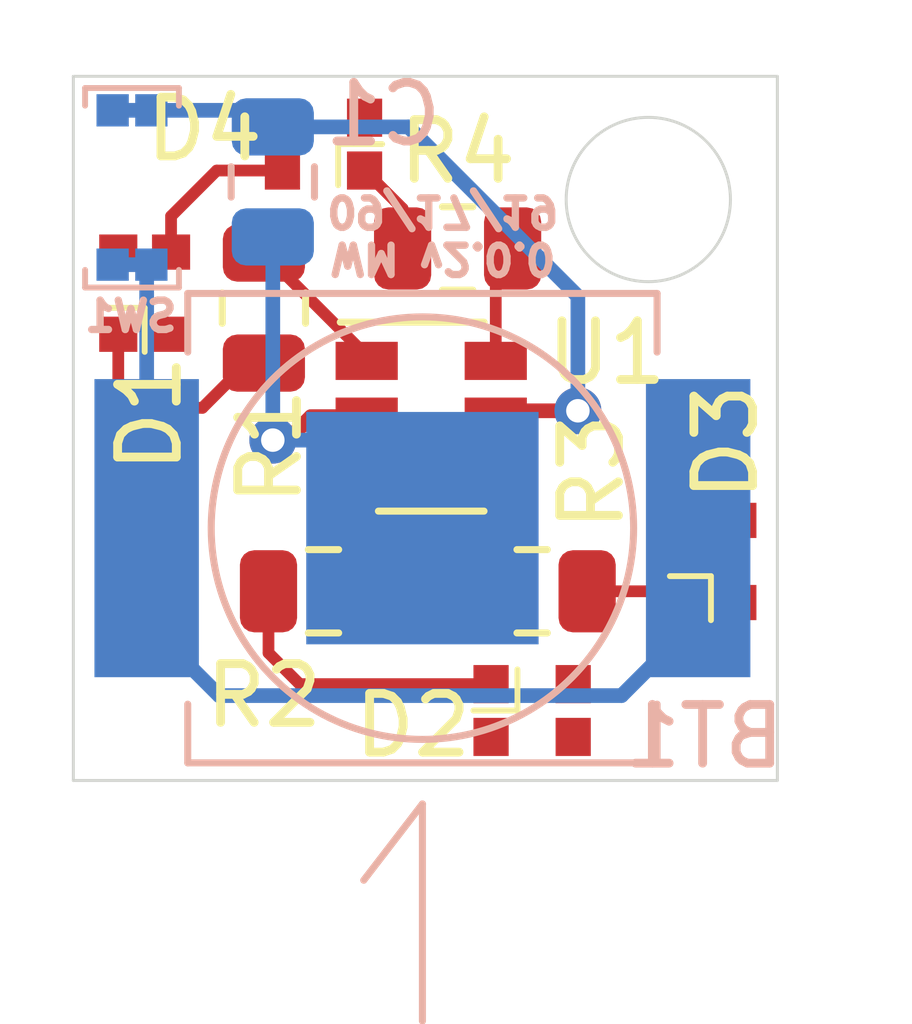
<source format=kicad_pcb>
(kicad_pcb (version 20171130) (host pcbnew "(5.1.2)-1")

  (general
    (thickness 1.6)
    (drawings 8)
    (tracks 47)
    (zones 0)
    (modules 12)
    (nets 12)
  )

  (page A4)
  (layers
    (0 F.Cu signal)
    (31 B.Cu signal)
    (32 B.Adhes user)
    (33 F.Adhes user)
    (34 B.Paste user)
    (35 F.Paste user)
    (36 B.SilkS user)
    (37 F.SilkS user)
    (38 B.Mask user)
    (39 F.Mask user)
    (40 Dwgs.User user hide)
    (41 Cmts.User user)
    (42 Eco1.User user hide)
    (43 Eco2.User user hide)
    (44 Edge.Cuts user)
    (45 Margin user)
    (46 B.CrtYd user)
    (47 F.CrtYd user)
    (48 B.Fab user hide)
    (49 F.Fab user hide)
  )

  (setup
    (last_trace_width 0.2)
    (user_trace_width 0.2)
    (trace_clearance 0.2)
    (zone_clearance 0.508)
    (zone_45_only no)
    (trace_min 0.2)
    (via_size 0.8)
    (via_drill 0.4)
    (via_min_size 0.4)
    (via_min_drill 0.3)
    (user_via 0.51 0.3)
    (uvia_size 0.3)
    (uvia_drill 0.1)
    (uvias_allowed no)
    (uvia_min_size 0.2)
    (uvia_min_drill 0.1)
    (edge_width 0.05)
    (segment_width 0.2)
    (pcb_text_width 0.3)
    (pcb_text_size 1.5 1.5)
    (mod_edge_width 0.12)
    (mod_text_size 1 1)
    (mod_text_width 0.15)
    (pad_size 1.524 1.524)
    (pad_drill 0.762)
    (pad_to_mask_clearance 0.051)
    (solder_mask_min_width 0.25)
    (aux_axis_origin 0 0)
    (visible_elements 7FFFFFFF)
    (pcbplotparams
      (layerselection 0x010fc_ffffffff)
      (usegerberextensions false)
      (usegerberattributes false)
      (usegerberadvancedattributes false)
      (creategerberjobfile false)
      (excludeedgelayer true)
      (linewidth 0.100000)
      (plotframeref false)
      (viasonmask false)
      (mode 1)
      (useauxorigin false)
      (hpglpennumber 1)
      (hpglpenspeed 20)
      (hpglpendiameter 15.000000)
      (psnegative false)
      (psa4output false)
      (plotreference true)
      (plotvalue true)
      (plotinvisibletext false)
      (padsonsilk false)
      (subtractmaskfromsilk false)
      (outputformat 1)
      (mirror false)
      (drillshape 1)
      (scaleselection 1)
      (outputdirectory ""))
  )

  (net 0 "")
  (net 1 "Net-(D1-Pad1)")
  (net 2 "Net-(D1-Pad2)")
  (net 3 /GND)
  (net 4 "Net-(R1-Pad2)")
  (net 5 "Net-(R2-Pad2)")
  (net 6 "Net-(R3-Pad2)")
  (net 7 "Net-(R4-Pad2)")
  (net 8 /+3V)
  (net 9 "Net-(C1-Pad1)")
  (net 10 "Net-(D1-Pad3)")
  (net 11 "Net-(D1-Pad4)")

  (net_class Default "This is the default net class."
    (clearance 0.2)
    (trace_width 0.25)
    (via_dia 0.8)
    (via_drill 0.4)
    (uvia_dia 0.3)
    (uvia_drill 0.1)
    (add_net /+3V)
    (add_net /GND)
    (add_net "Net-(C1-Pad1)")
    (add_net "Net-(D1-Pad1)")
    (add_net "Net-(D1-Pad2)")
    (add_net "Net-(D1-Pad3)")
    (add_net "Net-(D1-Pad4)")
    (add_net "Net-(R1-Pad2)")
    (add_net "Net-(R2-Pad2)")
    (add_net "Net-(R3-Pad2)")
    (add_net "Net-(R4-Pad2)")
  )

  (module Resistor_SMD:R_0805_2012Metric (layer F.Cu) (tedit 5B36C52B) (tstamp 5D89D0D5)
    (at 171.45 106.934)
    (descr "Resistor SMD 0805 (2012 Metric), square (rectangular) end terminal, IPC_7351 nominal, (Body size source: https://docs.google.com/spreadsheets/d/1BsfQQcO9C6DZCsRaXUlFlo91Tg2WpOkGARC1WS5S8t0/edit?usp=sharing), generated with kicad-footprint-generator")
    (tags resistor)
    (path /5D89A2FD)
    (attr smd)
    (fp_text reference R4 (at 0 -1.65) (layer F.SilkS)
      (effects (font (size 1 1) (thickness 0.15)))
    )
    (fp_text value 100R (at 0 1.65) (layer F.Fab)
      (effects (font (size 1 1) (thickness 0.15)))
    )
    (fp_text user %R (at 0 0) (layer F.Fab)
      (effects (font (size 0.5 0.5) (thickness 0.08)))
    )
    (fp_line (start 1.68 0.95) (end -1.68 0.95) (layer F.CrtYd) (width 0.05))
    (fp_line (start 1.68 -0.95) (end 1.68 0.95) (layer F.CrtYd) (width 0.05))
    (fp_line (start -1.68 -0.95) (end 1.68 -0.95) (layer F.CrtYd) (width 0.05))
    (fp_line (start -1.68 0.95) (end -1.68 -0.95) (layer F.CrtYd) (width 0.05))
    (fp_line (start -0.258578 0.71) (end 0.258578 0.71) (layer F.SilkS) (width 0.12))
    (fp_line (start -0.258578 -0.71) (end 0.258578 -0.71) (layer F.SilkS) (width 0.12))
    (fp_line (start 1 0.6) (end -1 0.6) (layer F.Fab) (width 0.1))
    (fp_line (start 1 -0.6) (end 1 0.6) (layer F.Fab) (width 0.1))
    (fp_line (start -1 -0.6) (end 1 -0.6) (layer F.Fab) (width 0.1))
    (fp_line (start -1 0.6) (end -1 -0.6) (layer F.Fab) (width 0.1))
    (pad 2 smd roundrect (at 0.9375 0) (size 0.975 1.4) (layers F.Cu F.Paste F.Mask) (roundrect_rratio 0.25)
      (net 7 "Net-(R4-Pad2)"))
    (pad 1 smd roundrect (at -0.9375 0) (size 0.975 1.4) (layers F.Cu F.Paste F.Mask) (roundrect_rratio 0.25)
      (net 1 "Net-(D1-Pad1)"))
    (model ${KISYS3DMOD}/Resistor_SMD.3dshapes/R_0805_2012Metric.wrl
      (at (xyz 0 0 0))
      (scale (xyz 1 1 1))
      (rotate (xyz 0 0 0))
    )
  )

  (module LED_SMD:LED_RGB_EAST1616RGBA3 (layer F.Cu) (tedit 5D88A18F) (tstamp 5D89D094)
    (at 169.164 105.156)
    (path /5D89C4A5)
    (fp_text reference D4 (at -2.032 -0.254) (layer F.SilkS)
      (effects (font (size 1 1) (thickness 0.15)))
    )
    (fp_text value LED_BGRA (at 0 -1.95) (layer F.Fab)
      (effects (font (size 1 1) (thickness 0.15)))
    )
    (fp_line (start 0.25 0.7) (end 0.25 0) (layer F.SilkS) (width 0.1))
    (fp_line (start 0.25 0) (end 1 0) (layer F.SilkS) (width 0.1))
    (fp_line (start -1.1 -0.85) (end -1.1 0.85) (layer F.CrtYd) (width 0.05))
    (fp_line (start -1.1 0.85) (end 1.1 0.85) (layer F.CrtYd) (width 0.05))
    (fp_line (start 1.1 0.85) (end 1.1 -0.85) (layer F.CrtYd) (width 0.05))
    (fp_line (start 1.1 -0.85) (end -1.1 -0.85) (layer F.CrtYd) (width 0.05))
    (pad 2 smd rect (at -0.7 -0.45) (size 0.6 0.65) (layers F.Cu F.Paste F.Mask)
      (net 10 "Net-(D1-Pad3)"))
    (pad 1 smd rect (at -0.7 0.45) (size 0.6 0.65) (layers F.Cu F.Paste F.Mask)
      (net 2 "Net-(D1-Pad2)"))
    (pad 3 smd rect (at 0.7 -0.45) (size 0.6 0.65) (layers F.Cu F.Paste F.Mask)
      (net 11 "Net-(D1-Pad4)"))
    (pad 4 smd rect (at 0.7 0.45) (size 0.6 0.65) (layers F.Cu F.Paste F.Mask)
      (net 1 "Net-(D1-Pad1)"))
    (model Z:/project/kicad/custom_libs/models/LED.3dshapes/EAST1616RGBA0.IGS
      (at (xyz 0 0 0))
      (scale (xyz 1 1 1))
      (rotate (xyz 0 0 0))
    )
  )

  (module LED_SMD:LED_RGB_EAST1616RGBA3 (layer F.Cu) (tedit 5D88A18F) (tstamp 5D89D086)
    (at 175.768 112.268 270)
    (path /5D8A5BDA)
    (fp_text reference D3 (at -2.032 -0.254 90) (layer F.SilkS)
      (effects (font (size 1 1) (thickness 0.15)))
    )
    (fp_text value LED_BGRA (at 0 -1.95 90) (layer F.Fab)
      (effects (font (size 1 1) (thickness 0.15)))
    )
    (fp_line (start 0.25 0.7) (end 0.25 0) (layer F.SilkS) (width 0.1))
    (fp_line (start 0.25 0) (end 1 0) (layer F.SilkS) (width 0.1))
    (fp_line (start -1.1 -0.85) (end -1.1 0.85) (layer F.CrtYd) (width 0.05))
    (fp_line (start -1.1 0.85) (end 1.1 0.85) (layer F.CrtYd) (width 0.05))
    (fp_line (start 1.1 0.85) (end 1.1 -0.85) (layer F.CrtYd) (width 0.05))
    (fp_line (start 1.1 -0.85) (end -1.1 -0.85) (layer F.CrtYd) (width 0.05))
    (pad 2 smd rect (at -0.7 -0.45 270) (size 0.6 0.65) (layers F.Cu F.Paste F.Mask)
      (net 10 "Net-(D1-Pad3)"))
    (pad 1 smd rect (at -0.7 0.45 270) (size 0.6 0.65) (layers F.Cu F.Paste F.Mask)
      (net 1 "Net-(D1-Pad1)"))
    (pad 3 smd rect (at 0.7 -0.45 270) (size 0.6 0.65) (layers F.Cu F.Paste F.Mask)
      (net 11 "Net-(D1-Pad4)"))
    (pad 4 smd rect (at 0.7 0.45 270) (size 0.6 0.65) (layers F.Cu F.Paste F.Mask)
      (net 2 "Net-(D1-Pad2)"))
    (model Z:/project/kicad/custom_libs/models/LED.3dshapes/EAST1616RGBA0.IGS
      (at (xyz 0 0 0))
      (scale (xyz 1 1 1))
      (rotate (xyz 0 0 0))
    )
  )

  (module LED_SMD:LED_RGB_EAST1616RGBA3 (layer F.Cu) (tedit 5D88A18F) (tstamp 5D89D078)
    (at 172.72 114.808 180)
    (path /5D8A6D9E)
    (fp_text reference D2 (at 2.032 -0.254) (layer F.SilkS)
      (effects (font (size 1 1) (thickness 0.15)))
    )
    (fp_text value LED_BGRA (at 0 -1.95) (layer F.Fab)
      (effects (font (size 1 1) (thickness 0.15)))
    )
    (fp_line (start 0.25 0.7) (end 0.25 0) (layer F.SilkS) (width 0.1))
    (fp_line (start 0.25 0) (end 1 0) (layer F.SilkS) (width 0.1))
    (fp_line (start -1.1 -0.85) (end -1.1 0.85) (layer F.CrtYd) (width 0.05))
    (fp_line (start -1.1 0.85) (end 1.1 0.85) (layer F.CrtYd) (width 0.05))
    (fp_line (start 1.1 0.85) (end 1.1 -0.85) (layer F.CrtYd) (width 0.05))
    (fp_line (start 1.1 -0.85) (end -1.1 -0.85) (layer F.CrtYd) (width 0.05))
    (pad 2 smd rect (at -0.7 -0.45 180) (size 0.6 0.65) (layers F.Cu F.Paste F.Mask)
      (net 2 "Net-(D1-Pad2)"))
    (pad 1 smd rect (at -0.7 0.45 180) (size 0.6 0.65) (layers F.Cu F.Paste F.Mask)
      (net 1 "Net-(D1-Pad1)"))
    (pad 3 smd rect (at 0.7 -0.45 180) (size 0.6 0.65) (layers F.Cu F.Paste F.Mask)
      (net 11 "Net-(D1-Pad4)"))
    (pad 4 smd rect (at 0.7 0.45 180) (size 0.6 0.65) (layers F.Cu F.Paste F.Mask)
      (net 10 "Net-(D1-Pad3)"))
    (model Z:/project/kicad/custom_libs/models/LED.3dshapes/EAST1616RGBA0.IGS
      (at (xyz 0 0 0))
      (scale (xyz 1 1 1))
      (rotate (xyz 0 0 0))
    )
  )

  (module LED_SMD:LED_RGB_EAST1616RGBA3 (layer F.Cu) (tedit 5D88A18F) (tstamp 5D89D06A)
    (at 166.116 107.696 270)
    (path /5D8A7D62)
    (fp_text reference D1 (at 2.054 -0.084 90) (layer F.SilkS)
      (effects (font (size 1 1) (thickness 0.15)))
    )
    (fp_text value LED_BGRA (at 0 -1.95 90) (layer F.Fab)
      (effects (font (size 1 1) (thickness 0.15)))
    )
    (fp_line (start 0.25 0.7) (end 0.25 0) (layer F.SilkS) (width 0.1))
    (fp_line (start 0.25 0) (end 1 0) (layer F.SilkS) (width 0.1))
    (fp_line (start -1.1 -0.85) (end -1.1 0.85) (layer F.CrtYd) (width 0.05))
    (fp_line (start -1.1 0.85) (end 1.1 0.85) (layer F.CrtYd) (width 0.05))
    (fp_line (start 1.1 0.85) (end 1.1 -0.85) (layer F.CrtYd) (width 0.05))
    (fp_line (start 1.1 -0.85) (end -1.1 -0.85) (layer F.CrtYd) (width 0.05))
    (pad 2 smd rect (at -0.7 -0.45 270) (size 0.6 0.65) (layers F.Cu F.Paste F.Mask)
      (net 2 "Net-(D1-Pad2)"))
    (pad 1 smd rect (at -0.7 0.45 270) (size 0.6 0.65) (layers F.Cu F.Paste F.Mask)
      (net 1 "Net-(D1-Pad1)"))
    (pad 3 smd rect (at 0.7 -0.45 270) (size 0.6 0.65) (layers F.Cu F.Paste F.Mask)
      (net 10 "Net-(D1-Pad3)"))
    (pad 4 smd rect (at 0.7 0.45 270) (size 0.6 0.65) (layers F.Cu F.Paste F.Mask)
      (net 11 "Net-(D1-Pad4)"))
    (model Z:/project/kicad/custom_libs/models/LED.3dshapes/EAST1616RGBA0.IGS
      (at (xyz 0 0 0))
      (scale (xyz 1 1 1))
      (rotate (xyz 0 0 0))
    )
  )

  (module Button_Switch_SMD:SW_Push_2.6x1.6x0.53mm_EVP-BB2A9B000 (layer B.Cu) (tedit 5D81324B) (tstamp 5D819A4A)
    (at 165.9 105.9 90)
    (path /5D820672)
    (fp_text reference SW1 (at -2.19 -0.02 180) (layer B.SilkS)
      (effects (font (size 0.5 0.5) (thickness 0.125)) (justify mirror))
    )
    (fp_text value SW_Push (at 0 1.55 90) (layer B.Fab)
      (effects (font (size 1 1) (thickness 0.15)) (justify mirror))
    )
    (fp_line (start -1.75 -0.85) (end -1.75 0.85) (layer B.CrtYd) (width 0.05))
    (fp_line (start 1.75 -0.85) (end -1.75 -0.85) (layer B.CrtYd) (width 0.05))
    (fp_line (start 1.75 0.85) (end 1.75 -0.85) (layer B.CrtYd) (width 0.05))
    (fp_line (start -1.75 0.85) (end 1.75 0.85) (layer B.CrtYd) (width 0.05))
    (fp_circle (center 0 0) (end 0.4 0) (layer B.Fab) (width 0.12))
    (fp_line (start 1 -0.7) (end -1 -0.7) (layer B.Fab) (width 0.12))
    (fp_line (start -1 0.7) (end 1 0.7) (layer B.Fab) (width 0.12))
    (fp_line (start 1.7 -0.8) (end 1.4 -0.8) (layer B.SilkS) (width 0.1))
    (fp_line (start 1.7 0.8) (end 1.4 0.8) (layer B.SilkS) (width 0.1))
    (fp_line (start 1.7 -0.8) (end 1.7 0.8) (layer B.SilkS) (width 0.1))
    (fp_line (start -1.7 0.8) (end -1.4 0.8) (layer B.SilkS) (width 0.1))
    (fp_line (start -1.7 -0.8) (end -1.4 -0.8) (layer B.SilkS) (width 0.1))
    (fp_line (start -1.7 0.8) (end -1.7 -0.8) (layer B.SilkS) (width 0.1))
    (pad 1 smd rect (at -1.31 0.33 90) (size 0.55 0.55) (layers B.Cu B.Paste B.Mask)
      (net 8 /+3V))
    (pad 1 smd rect (at -1.31 -0.33 90) (size 0.55 0.55) (layers B.Cu B.Paste B.Mask)
      (net 8 /+3V))
    (pad 2 smd rect (at 1.32 -0.33 90) (size 0.55 0.55) (layers B.Cu B.Paste B.Mask)
      (net 9 "Net-(C1-Pad1)"))
    (pad 2 smd rect (at 1.32 0.33 90) (size 0.55 0.55) (layers B.Cu B.Paste B.Mask)
      (net 9 "Net-(C1-Pad1)"))
  )

  (module Battery:BatteryHolder_Keystone_2998_621_6.8x2.2mm (layer B.Cu) (tedit 5D81200C) (tstamp 5D70A816)
    (at 170.85 111.7)
    (path /5D707C8F)
    (fp_text reference BT1 (at 4.8 3.55) (layer B.SilkS)
      (effects (font (size 1 1) (thickness 0.15)) (justify mirror))
    )
    (fp_text value Battery_Cell (at 0.1 -6.4) (layer B.Fab)
      (effects (font (size 1 1) (thickness 0.15)) (justify mirror))
    )
    (fp_line (start 4 -4) (end 4 -3) (layer B.SilkS) (width 0.12))
    (fp_line (start -4 -4) (end -4 -3) (layer B.SilkS) (width 0.12))
    (fp_line (start 4 4) (end 4 3) (layer B.SilkS) (width 0.12))
    (fp_line (start -4 4) (end -4 3) (layer B.SilkS) (width 0.12))
    (fp_line (start 0 4.7) (end -1 6) (layer B.SilkS) (width 0.12))
    (fp_line (start 0 8.4) (end 0 4.7) (layer B.SilkS) (width 0.12))
    (fp_line (start 4 -4) (end -4 -4) (layer B.SilkS) (width 0.12))
    (fp_line (start -4 4) (end 4 4) (layer B.SilkS) (width 0.12))
    (fp_circle (center 0 0) (end 3.6 0) (layer B.SilkS) (width 0.12))
    (pad 1 smd rect (at 4.7 0) (size 1.78 5.08) (layers B.Cu B.Paste B.Mask)
      (net 8 /+3V))
    (pad 1 smd rect (at -4.7 0) (size 1.78 5.08) (layers B.Cu B.Paste B.Mask)
      (net 8 /+3V))
    (pad 2 smd rect (at 0 0) (size 3.96 3.96) (layers B.Cu B.Paste B.Mask)
      (net 3 /GND))
  )

  (module Capacitor_SMD:C_0805_2012Metric (layer B.Cu) (tedit 5B36C52B) (tstamp 5D663430)
    (at 168.3 105.8 270)
    (descr "Capacitor SMD 0805 (2012 Metric), square (rectangular) end terminal, IPC_7351 nominal, (Body size source: https://docs.google.com/spreadsheets/d/1BsfQQcO9C6DZCsRaXUlFlo91Tg2WpOkGARC1WS5S8t0/edit?usp=sharing), generated with kicad-footprint-generator")
    (tags capacitor)
    (path /5D670924)
    (attr smd)
    (fp_text reference C1 (at -1.152 -1.88) (layer B.SilkS)
      (effects (font (size 1 1) (thickness 0.15)) (justify mirror))
    )
    (fp_text value 4.7uF (at 0 -1.65 90) (layer B.Fab)
      (effects (font (size 1 1) (thickness 0.15)) (justify mirror))
    )
    (fp_text user %R (at 0 0 90) (layer B.Fab)
      (effects (font (size 0.5 0.5) (thickness 0.08)) (justify mirror))
    )
    (fp_line (start 1.68 -0.95) (end -1.68 -0.95) (layer B.CrtYd) (width 0.05))
    (fp_line (start 1.68 0.95) (end 1.68 -0.95) (layer B.CrtYd) (width 0.05))
    (fp_line (start -1.68 0.95) (end 1.68 0.95) (layer B.CrtYd) (width 0.05))
    (fp_line (start -1.68 -0.95) (end -1.68 0.95) (layer B.CrtYd) (width 0.05))
    (fp_line (start -0.258578 -0.71) (end 0.258578 -0.71) (layer B.SilkS) (width 0.12))
    (fp_line (start -0.258578 0.71) (end 0.258578 0.71) (layer B.SilkS) (width 0.12))
    (fp_line (start 1 -0.6) (end -1 -0.6) (layer B.Fab) (width 0.1))
    (fp_line (start 1 0.6) (end 1 -0.6) (layer B.Fab) (width 0.1))
    (fp_line (start -1 0.6) (end 1 0.6) (layer B.Fab) (width 0.1))
    (fp_line (start -1 -0.6) (end -1 0.6) (layer B.Fab) (width 0.1))
    (pad 2 smd roundrect (at 0.9375 0 270) (size 0.975 1.4) (layers B.Cu B.Paste B.Mask) (roundrect_rratio 0.25)
      (net 3 /GND))
    (pad 1 smd roundrect (at -0.9375 0 270) (size 0.975 1.4) (layers B.Cu B.Paste B.Mask) (roundrect_rratio 0.25)
      (net 9 "Net-(C1-Pad1)"))
    (model ${KISYS3DMOD}/Capacitor_SMD.3dshapes/C_0805_2012Metric.wrl
      (at (xyz 0 0 0))
      (scale (xyz 1 1 1))
      (rotate (xyz 0 0 0))
    )
  )

  (module Resistor_SMD:R_0805_2012Metric (layer F.Cu) (tedit 5B36C52B) (tstamp 5D66158E)
    (at 172.72 112.776 180)
    (descr "Resistor SMD 0805 (2012 Metric), square (rectangular) end terminal, IPC_7351 nominal, (Body size source: https://docs.google.com/spreadsheets/d/1BsfQQcO9C6DZCsRaXUlFlo91Tg2WpOkGARC1WS5S8t0/edit?usp=sharing), generated with kicad-footprint-generator")
    (tags resistor)
    (path /5D665427)
    (attr smd)
    (fp_text reference R3 (at -1.016 2.032 90) (layer F.SilkS)
      (effects (font (size 1 1) (thickness 0.15)))
    )
    (fp_text value 100R (at 0 1.65) (layer F.Fab)
      (effects (font (size 1 1) (thickness 0.15)))
    )
    (fp_line (start -1 0.6) (end -1 -0.6) (layer F.Fab) (width 0.1))
    (fp_line (start -1 -0.6) (end 1 -0.6) (layer F.Fab) (width 0.1))
    (fp_line (start 1 -0.6) (end 1 0.6) (layer F.Fab) (width 0.1))
    (fp_line (start 1 0.6) (end -1 0.6) (layer F.Fab) (width 0.1))
    (fp_line (start -0.258578 -0.71) (end 0.258578 -0.71) (layer F.SilkS) (width 0.12))
    (fp_line (start -0.258578 0.71) (end 0.258578 0.71) (layer F.SilkS) (width 0.12))
    (fp_line (start -1.68 0.95) (end -1.68 -0.95) (layer F.CrtYd) (width 0.05))
    (fp_line (start -1.68 -0.95) (end 1.68 -0.95) (layer F.CrtYd) (width 0.05))
    (fp_line (start 1.68 -0.95) (end 1.68 0.95) (layer F.CrtYd) (width 0.05))
    (fp_line (start 1.68 0.95) (end -1.68 0.95) (layer F.CrtYd) (width 0.05))
    (fp_text user %R (at 0 0) (layer F.Fab)
      (effects (font (size 0.5 0.5) (thickness 0.08)))
    )
    (pad 1 smd roundrect (at -0.9375 0 180) (size 0.975 1.4) (layers F.Cu F.Paste F.Mask) (roundrect_rratio 0.25)
      (net 2 "Net-(D1-Pad2)"))
    (pad 2 smd roundrect (at 0.9375 0 180) (size 0.975 1.4) (layers F.Cu F.Paste F.Mask) (roundrect_rratio 0.25)
      (net 6 "Net-(R3-Pad2)"))
    (model ${KISYS3DMOD}/Resistor_SMD.3dshapes/R_0805_2012Metric.wrl
      (at (xyz 0 0 0))
      (scale (xyz 1 1 1))
      (rotate (xyz 0 0 0))
    )
  )

  (module Resistor_SMD:R_0805_2012Metric (layer F.Cu) (tedit 5B36C52B) (tstamp 5D66157D)
    (at 169.164 112.776)
    (descr "Resistor SMD 0805 (2012 Metric), square (rectangular) end terminal, IPC_7351 nominal, (Body size source: https://docs.google.com/spreadsheets/d/1BsfQQcO9C6DZCsRaXUlFlo91Tg2WpOkGARC1WS5S8t0/edit?usp=sharing), generated with kicad-footprint-generator")
    (tags resistor)
    (path /5D664E25)
    (attr smd)
    (fp_text reference R2 (at -1.016 1.778) (layer F.SilkS)
      (effects (font (size 1 1) (thickness 0.15)))
    )
    (fp_text value 100R (at 0 1.65) (layer F.Fab)
      (effects (font (size 1 1) (thickness 0.15)))
    )
    (fp_line (start -1 0.6) (end -1 -0.6) (layer F.Fab) (width 0.1))
    (fp_line (start -1 -0.6) (end 1 -0.6) (layer F.Fab) (width 0.1))
    (fp_line (start 1 -0.6) (end 1 0.6) (layer F.Fab) (width 0.1))
    (fp_line (start 1 0.6) (end -1 0.6) (layer F.Fab) (width 0.1))
    (fp_line (start -0.258578 -0.71) (end 0.258578 -0.71) (layer F.SilkS) (width 0.12))
    (fp_line (start -0.258578 0.71) (end 0.258578 0.71) (layer F.SilkS) (width 0.12))
    (fp_line (start -1.68 0.95) (end -1.68 -0.95) (layer F.CrtYd) (width 0.05))
    (fp_line (start -1.68 -0.95) (end 1.68 -0.95) (layer F.CrtYd) (width 0.05))
    (fp_line (start 1.68 -0.95) (end 1.68 0.95) (layer F.CrtYd) (width 0.05))
    (fp_line (start 1.68 0.95) (end -1.68 0.95) (layer F.CrtYd) (width 0.05))
    (fp_text user %R (at 0 0) (layer F.Fab)
      (effects (font (size 0.5 0.5) (thickness 0.08)))
    )
    (pad 1 smd roundrect (at -0.9375 0) (size 0.975 1.4) (layers F.Cu F.Paste F.Mask) (roundrect_rratio 0.25)
      (net 10 "Net-(D1-Pad3)"))
    (pad 2 smd roundrect (at 0.9375 0) (size 0.975 1.4) (layers F.Cu F.Paste F.Mask) (roundrect_rratio 0.25)
      (net 5 "Net-(R2-Pad2)"))
    (model ${KISYS3DMOD}/Resistor_SMD.3dshapes/R_0805_2012Metric.wrl
      (at (xyz 0 0 0))
      (scale (xyz 1 1 1))
      (rotate (xyz 0 0 0))
    )
  )

  (module Resistor_SMD:R_0805_2012Metric (layer F.Cu) (tedit 5B36C52B) (tstamp 5D66156C)
    (at 168.148 107.95 90)
    (descr "Resistor SMD 0805 (2012 Metric), square (rectangular) end terminal, IPC_7351 nominal, (Body size source: https://docs.google.com/spreadsheets/d/1BsfQQcO9C6DZCsRaXUlFlo91Tg2WpOkGARC1WS5S8t0/edit?usp=sharing), generated with kicad-footprint-generator")
    (tags resistor)
    (path /5D66058A)
    (attr smd)
    (fp_text reference R1 (at -2.3625 0.1 90) (layer F.SilkS)
      (effects (font (size 1 1) (thickness 0.15)))
    )
    (fp_text value 100R (at 0 1.65 90) (layer F.Fab)
      (effects (font (size 1 1) (thickness 0.15)))
    )
    (fp_text user %R (at 0 0 90) (layer F.Fab)
      (effects (font (size 0.5 0.5) (thickness 0.08)))
    )
    (fp_line (start 1.68 0.95) (end -1.68 0.95) (layer F.CrtYd) (width 0.05))
    (fp_line (start 1.68 -0.95) (end 1.68 0.95) (layer F.CrtYd) (width 0.05))
    (fp_line (start -1.68 -0.95) (end 1.68 -0.95) (layer F.CrtYd) (width 0.05))
    (fp_line (start -1.68 0.95) (end -1.68 -0.95) (layer F.CrtYd) (width 0.05))
    (fp_line (start -0.258578 0.71) (end 0.258578 0.71) (layer F.SilkS) (width 0.12))
    (fp_line (start -0.258578 -0.71) (end 0.258578 -0.71) (layer F.SilkS) (width 0.12))
    (fp_line (start 1 0.6) (end -1 0.6) (layer F.Fab) (width 0.1))
    (fp_line (start 1 -0.6) (end 1 0.6) (layer F.Fab) (width 0.1))
    (fp_line (start -1 -0.6) (end 1 -0.6) (layer F.Fab) (width 0.1))
    (fp_line (start -1 0.6) (end -1 -0.6) (layer F.Fab) (width 0.1))
    (pad 2 smd roundrect (at 0.9375 0 90) (size 0.975 1.4) (layers F.Cu F.Paste F.Mask) (roundrect_rratio 0.25)
      (net 4 "Net-(R1-Pad2)"))
    (pad 1 smd roundrect (at -0.9375 0 90) (size 0.975 1.4) (layers F.Cu F.Paste F.Mask) (roundrect_rratio 0.25)
      (net 11 "Net-(D1-Pad4)"))
    (model ${KISYS3DMOD}/Resistor_SMD.3dshapes/R_0805_2012Metric.wrl
      (at (xyz 0 0 0))
      (scale (xyz 1 1 1))
      (rotate (xyz 0 0 0))
    )
  )

  (module Package_TO_SOT_SMD:SOT-23-6 (layer F.Cu) (tedit 5A02FF57) (tstamp 5D65626B)
    (at 171 109.8)
    (descr "6-pin SOT-23 package")
    (tags SOT-23-6)
    (path /5D63BDA8)
    (attr smd)
    (fp_text reference U1 (at 2.99 -1.088) (layer F.SilkS)
      (effects (font (size 1 1) (thickness 0.15)))
    )
    (fp_text value ATtiny10-TS (at 0 2.9) (layer F.Fab)
      (effects (font (size 1 1) (thickness 0.15)))
    )
    (fp_text user %R (at 0 0 90) (layer F.Fab)
      (effects (font (size 0.5 0.5) (thickness 0.075)))
    )
    (fp_line (start -0.9 1.61) (end 0.9 1.61) (layer F.SilkS) (width 0.12))
    (fp_line (start 0.9 -1.61) (end -1.55 -1.61) (layer F.SilkS) (width 0.12))
    (fp_line (start 1.9 -1.8) (end -1.9 -1.8) (layer F.CrtYd) (width 0.05))
    (fp_line (start 1.9 1.8) (end 1.9 -1.8) (layer F.CrtYd) (width 0.05))
    (fp_line (start -1.9 1.8) (end 1.9 1.8) (layer F.CrtYd) (width 0.05))
    (fp_line (start -1.9 -1.8) (end -1.9 1.8) (layer F.CrtYd) (width 0.05))
    (fp_line (start -0.9 -0.9) (end -0.25 -1.55) (layer F.Fab) (width 0.1))
    (fp_line (start 0.9 -1.55) (end -0.25 -1.55) (layer F.Fab) (width 0.1))
    (fp_line (start -0.9 -0.9) (end -0.9 1.55) (layer F.Fab) (width 0.1))
    (fp_line (start 0.9 1.55) (end -0.9 1.55) (layer F.Fab) (width 0.1))
    (fp_line (start 0.9 -1.55) (end 0.9 1.55) (layer F.Fab) (width 0.1))
    (pad 1 smd rect (at -1.1 -0.95) (size 1.06 0.65) (layers F.Cu F.Paste F.Mask)
      (net 4 "Net-(R1-Pad2)"))
    (pad 2 smd rect (at -1.1 0) (size 1.06 0.65) (layers F.Cu F.Paste F.Mask)
      (net 3 /GND))
    (pad 3 smd rect (at -1.1 0.95) (size 1.06 0.65) (layers F.Cu F.Paste F.Mask)
      (net 5 "Net-(R2-Pad2)"))
    (pad 4 smd rect (at 1.1 0.95) (size 1.06 0.65) (layers F.Cu F.Paste F.Mask)
      (net 6 "Net-(R3-Pad2)"))
    (pad 6 smd rect (at 1.1 -0.95) (size 1.06 0.65) (layers F.Cu F.Paste F.Mask)
      (net 7 "Net-(R4-Pad2)"))
    (pad 5 smd rect (at 1.1 0) (size 1.06 0.65) (layers F.Cu F.Paste F.Mask)
      (net 9 "Net-(C1-Pad1)"))
    (model ${KISYS3DMOD}/Package_TO_SOT_SMD.3dshapes/SOT-23-6.wrl
      (at (xyz 0 0 0))
      (scale (xyz 1 1 1))
      (rotate (xyz 0 0 0))
    )
  )

  (gr_text "WM v2.0.0\n09/17/19" (at 171.196 106.7 180) (layer B.SilkS)
    (effects (font (size 0.5 0.5) (thickness 0.125)) (justify mirror))
  )
  (gr_circle (center 174.7 106.1) (end 176.1 106.1) (layer Edge.Cuts) (width 0.05))
  (dimension 12 (width 0.15) (layer Dwgs.User)
    (gr_text "12.000 mm" (at 179.3 110 270) (layer Dwgs.User)
      (effects (font (size 1 1) (thickness 0.15)))
    )
    (feature1 (pts (xy 176.9 116) (xy 178.586421 116)))
    (feature2 (pts (xy 176.9 104) (xy 178.586421 104)))
    (crossbar (pts (xy 178 104) (xy 178 116)))
    (arrow1a (pts (xy 178 116) (xy 177.413579 114.873496)))
    (arrow1b (pts (xy 178 116) (xy 178.586421 114.873496)))
    (arrow2a (pts (xy 178 104) (xy 177.413579 105.126504)))
    (arrow2b (pts (xy 178 104) (xy 178.586421 105.126504)))
  )
  (dimension 12 (width 0.15) (layer Dwgs.User)
    (gr_text "12.000 mm" (at 170.9 101.6) (layer Dwgs.User)
      (effects (font (size 1 1) (thickness 0.15)))
    )
    (feature1 (pts (xy 176.9 104) (xy 176.9 102.313579)))
    (feature2 (pts (xy 164.9 104) (xy 164.9 102.313579)))
    (crossbar (pts (xy 164.9 102.9) (xy 176.9 102.9)))
    (arrow1a (pts (xy 176.9 102.9) (xy 175.773496 103.486421)))
    (arrow1b (pts (xy 176.9 102.9) (xy 175.773496 102.313579)))
    (arrow2a (pts (xy 164.9 102.9) (xy 166.026504 103.486421)))
    (arrow2b (pts (xy 164.9 102.9) (xy 166.026504 102.313579)))
  )
  (gr_line (start 164.9 116) (end 164.9 104) (layer Edge.Cuts) (width 0.05) (tstamp 5D6563F8))
  (gr_line (start 176.9 116) (end 164.9 116) (layer Edge.Cuts) (width 0.05))
  (gr_line (start 176.9 104) (end 176.9 116) (layer Edge.Cuts) (width 0.05))
  (gr_line (start 164.9 104) (end 176.9 104) (layer Edge.Cuts) (width 0.05))

  (segment (start 170.5125 106.2545) (end 169.864 105.606) (width 0.2) (layer F.Cu) (net 1))
  (segment (start 170.5125 106.934) (end 170.5125 106.2545) (width 0.2) (layer F.Cu) (net 1))
  (segment (start 175.126 112.776) (end 175.318 112.968) (width 0.2) (layer F.Cu) (net 2))
  (segment (start 173.6575 112.776) (end 175.126 112.776) (width 0.2) (layer F.Cu) (net 2))
  (segment (start 166.566 106.996) (end 166.566 106.384) (width 0.2) (layer F.Cu) (net 2))
  (segment (start 167.344 105.606) (end 168.464 105.606) (width 0.2) (layer F.Cu) (net 2))
  (segment (start 166.566 106.384) (end 167.344 105.606) (width 0.2) (layer F.Cu) (net 2))
  (via (at 168.3 110.2) (size 0.8) (drill 0.4) (layers F.Cu B.Cu) (net 3))
  (segment (start 168.3 106.7375) (end 168.3 110.2) (width 0.25) (layer B.Cu) (net 3))
  (segment (start 168.3 110.2) (end 168.55 110.2) (width 0.25) (layer F.Cu) (net 3))
  (segment (start 168.95 109.8) (end 169.9 109.8) (width 0.25) (layer F.Cu) (net 3))
  (segment (start 168.55 110.2) (end 168.95 109.8) (width 0.25) (layer F.Cu) (net 3))
  (segment (start 169.35 110.2) (end 170.85 111.7) (width 0.25) (layer B.Cu) (net 3))
  (segment (start 168.3 110.2) (end 169.35 110.2) (width 0.25) (layer B.Cu) (net 3))
  (segment (start 169.9 108.7645) (end 168.148 107.0125) (width 0.2) (layer F.Cu) (net 4))
  (segment (start 169.9 108.85) (end 169.9 108.7645) (width 0.2) (layer F.Cu) (net 4))
  (segment (start 170.1015 110.9515) (end 169.9 110.75) (width 0.2) (layer F.Cu) (net 5))
  (segment (start 170.1015 112.776) (end 170.1015 110.9515) (width 0.2) (layer F.Cu) (net 5))
  (segment (start 171.7825 111.0675) (end 172.1 110.75) (width 0.2) (layer F.Cu) (net 6))
  (segment (start 171.7825 112.776) (end 171.7825 111.0675) (width 0.2) (layer F.Cu) (net 6))
  (segment (start 172.1 107.2215) (end 172.3875 106.934) (width 0.2) (layer F.Cu) (net 7))
  (segment (start 172.1 108.85) (end 172.1 107.2215) (width 0.2) (layer F.Cu) (net 7))
  (segment (start 175.55 111.7) (end 175.55 113.248) (width 0.2) (layer B.Cu) (net 8))
  (segment (start 166.15 111.7) (end 166.15 113.318) (width 0.25) (layer B.Cu) (net 8))
  (segment (start 166.15 113.318) (end 167.386 114.554) (width 0.25) (layer B.Cu) (net 8))
  (segment (start 174.244 114.554) (end 167.386 114.554) (width 0.25) (layer B.Cu) (net 8))
  (segment (start 175.55 113.248) (end 174.244 114.554) (width 0.25) (layer B.Cu) (net 8))
  (segment (start 166.15 107.29) (end 166.23 107.21) (width 0.25) (layer B.Cu) (net 8))
  (segment (start 166.15 111.7) (end 166.15 107.29) (width 0.25) (layer B.Cu) (net 8))
  (segment (start 165.57 107.21) (end 166.23 107.21) (width 0.25) (layer B.Cu) (net 8))
  (segment (start 165.57 104.58) (end 166.23 104.58) (width 0.25) (layer B.Cu) (net 9))
  (segment (start 168.0175 104.58) (end 168.3 104.8625) (width 0.25) (layer B.Cu) (net 9))
  (segment (start 166.23 104.58) (end 168.0175 104.58) (width 0.25) (layer B.Cu) (net 9))
  (segment (start 168.3 104.8625) (end 170.6125 104.8625) (width 0.25) (layer B.Cu) (net 9))
  (via (at 173.5 109.7) (size 0.8) (drill 0.4) (layers F.Cu B.Cu) (net 9))
  (segment (start 170.6125 104.8625) (end 173.5 107.75) (width 0.25) (layer B.Cu) (net 9))
  (segment (start 173.5 107.75) (end 173.5 109.7) (width 0.25) (layer B.Cu) (net 9))
  (segment (start 172.2 109.7) (end 172.1 109.8) (width 0.25) (layer F.Cu) (net 9))
  (segment (start 173.5 109.7) (end 172.2 109.7) (width 0.25) (layer F.Cu) (net 9))
  (segment (start 168.2265 112.776) (end 168.2265 113.8265) (width 0.2) (layer F.Cu) (net 10))
  (segment (start 168.758 114.358) (end 172.02 114.358) (width 0.2) (layer F.Cu) (net 10))
  (segment (start 168.2265 113.8265) (end 168.758 114.358) (width 0.2) (layer F.Cu) (net 10))
  (segment (start 168.148 108.8875) (end 167.8625 108.8875) (width 0.2) (layer F.Cu) (net 11))
  (segment (start 167.8625 108.8875) (end 167.1 109.65) (width 0.2) (layer F.Cu) (net 11))
  (segment (start 167.1 109.65) (end 165.9 109.65) (width 0.2) (layer F.Cu) (net 11))
  (segment (start 165.666 109.416) (end 165.666 108.396) (width 0.2) (layer F.Cu) (net 11))
  (segment (start 165.9 109.65) (end 165.666 109.416) (width 0.2) (layer F.Cu) (net 11))

  (zone (net 0) (net_name "") (layer B.Cu) (tstamp 0) (hatch edge 0.508)
    (connect_pads (clearance 0.508))
    (min_thickness 0.254)
    (fill (arc_segments 32) (thermal_gap 0.508) (thermal_bridge_width 0.508))
    (polygon
      (pts
        (xy 179 117.6) (xy 179.2 103.7) (xy 164.5 103.7) (xy 164.6 117.5)
      )
    )
  )
  (zone (net 0) (net_name "") (layer F.Cu) (tstamp 0) (hatch edge 0.508)
    (connect_pads (clearance 0.508))
    (min_thickness 0.254)
    (fill (arc_segments 32) (thermal_gap 0.508) (thermal_bridge_width 0.508))
    (polygon
      (pts
        (xy 163.65 102.7) (xy 163.7 116.2) (xy 177.35 116.35) (xy 177.3 102.75)
      )
    )
  )
)

</source>
